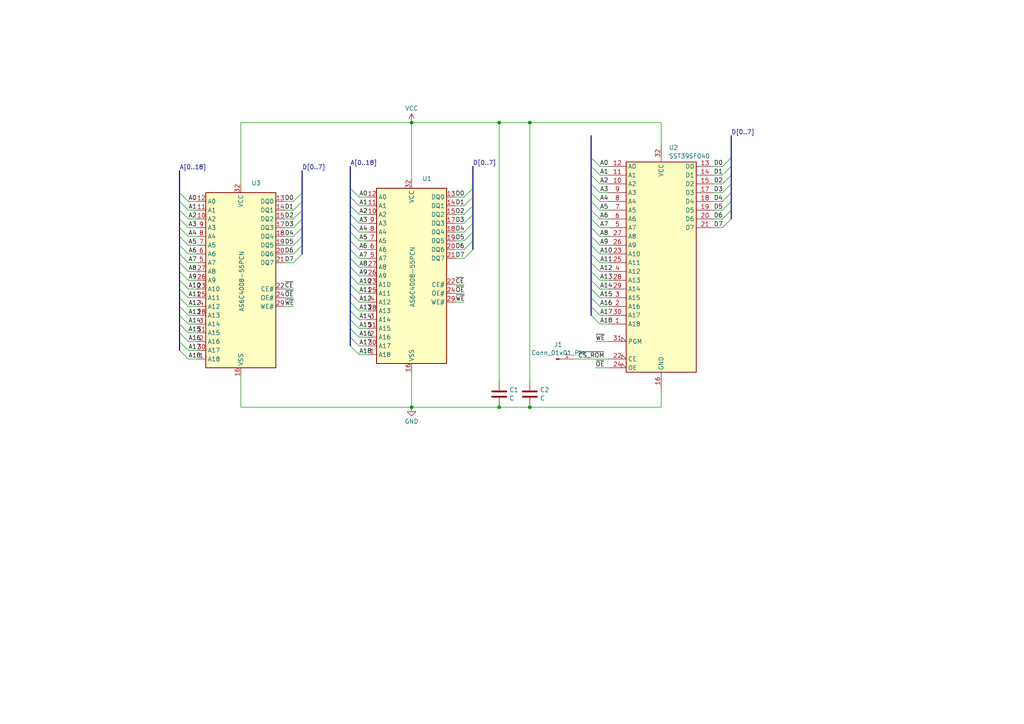
<source format=kicad_sch>
(kicad_sch (version 20231120) (generator "eeschema") (generator_version "8.0")
  (paper "A4")
  (lib_symbols
    (symbol "Connector:Conn_01x01_Pin" (pin_names (offset 1.016) hide)
      (property "Reference" "J" (at 0 2.54 0))
      (property "Value" "Conn_01x01_Pin" (at 0 -2.54 0))
      (symbol "Conn_01x01_Pin_1_1"
        (polyline (pts (xy 1.27 0) (xy 0.8636 0)) (stroke (width 0.1524)))
        (rectangle (start 0.8636 0.127) (end 0 -0.127) (stroke (width 0.1524)) (fill (type outline)))
        (pin passive line (at 5.08 0 180) (length 3.81) (name "Pin_1") (number "1"))
      )
    )
    (symbol "Device:C" (pin_numbers hide) (pin_names (offset 0.254))
      (property "Reference" "C" (at 0.635 2.54 0))
      (property "Value" "C" (at 0.635 -2.54 0))
      (symbol "C_0_1"
        (polyline (pts (xy -2.032 -0.762) (xy 2.032 -0.762)) (stroke (width 0.508)))
        (polyline (pts (xy -2.032 0.762) (xy 2.032 0.762)) (stroke (width 0.508)))
      )
      (symbol "C_1_1"
        (pin passive line (at 0 3.81 270) (length 2.794) (name "~") (number "1"))
        (pin passive line (at 0 -3.81 90) (length 2.794) (name "~") (number "2"))
      )
    )
    (symbol "Memory_Flash:SST39SF040"
      (property "Reference" "U" (at 2.54 33.02 0))
      (property "Value" "SST39SF040" (at 0 -30.48 0))
      (symbol "SST39SF040_0_0"
        (pin power_in line (at 0 -34.29 90) (length 5.08) (name "GND") (number "16"))
        (pin power_in line (at 0 36.83 270) (length 5.08) (name "VCC") (number "32"))
      )
      (symbol "SST39SF040_0_1"
        (rectangle (start -10.16 31.75) (end 10.16 -29.21) (stroke (width 0.254)) (fill (type background)))
      )
      (symbol "SST39SF040_1_1"
        (pin input line (at -15.24 -15.24 0) (length 5.08) (name "A18") (number "1"))
        (pin input line (at -15.24 25.4 0) (length 5.08) (name "A2") (number "10"))
        (pin input line (at -15.24 27.94 0) (length 5.08) (name "A1") (number "11"))
        (pin input line (at -15.24 30.48 0) (length 5.08) (name "A0") (number "12"))
        (pin tri_state line (at 15.24 30.48 180) (length 5.08) (name "D0") (number "13"))
        (pin tri_state line (at 15.24 27.94 180) (length 5.08) (name "D1") (number "14"))
        (pin tri_state line (at 15.24 25.4 180) (length 5.08) (name "D2") (number "15"))
        (pin tri_state line (at 15.24 22.86 180) (length 5.08) (name "D3") (number "17"))
        (pin tri_state line (at 15.24 20.32 180) (length 5.08) (name "D4") (number "18"))
        (pin tri_state line (at 15.24 17.78 180) (length 5.08) (name "D5") (number "19"))
        (pin input line (at -15.24 -10.16 0) (length 5.08) (name "A16") (number "2"))
        (pin tri_state line (at 15.24 15.24 180) (length 5.08) (name "D6") (number "20"))
        (pin tri_state line (at 15.24 12.7 180) (length 5.08) (name "D7") (number "21"))
        (pin input input_low (at -15.24 -25.4 0) (length 5.08) (name "CE") (number "22"))
        (pin input line (at -15.24 5.08 0) (length 5.08) (name "A10") (number "23"))
        (pin input input_low (at -15.24 -27.94 0) (length 5.08) (name "OE") (number "24"))
        (pin input line (at -15.24 2.54 0) (length 5.08) (name "A11") (number "25"))
        (pin input line (at -15.24 7.62 0) (length 5.08) (name "A9") (number "26"))
        (pin input line (at -15.24 10.16 0) (length 5.08) (name "A8") (number "27"))
        (pin input line (at -15.24 -2.54 0) (length 5.08) (name "A13") (number "28"))
        (pin input line (at -15.24 -5.08 0) (length 5.08) (name "A14") (number "29"))
        (pin input line (at -15.24 -7.62 0) (length 5.08) (name "A15") (number "3"))
        (pin input line (at -15.24 -12.7 0) (length 5.08) (name "A17") (number "30"))
        (pin input input_low (at -15.24 -20.32 0) (length 5.08) (name "PGM") (number "31"))
        (pin input line (at -15.24 0 0) (length 5.08) (name "A12") (number "4"))
        (pin input line (at -15.24 12.7 0) (length 5.08) (name "A7") (number "5"))
        (pin input line (at -15.24 15.24 0) (length 5.08) (name "A6") (number "6"))
        (pin input line (at -15.24 17.78 0) (length 5.08) (name "A5") (number "7"))
        (pin input line (at -15.24 20.32 0) (length 5.08) (name "A4") (number "8"))
        (pin input line (at -15.24 22.86 0) (length 5.08) (name "A3") (number "9"))
      )
    )
    (symbol "Memory_RAM:AS6C4008-55PCN"
      (property "Reference" "U" (at -10.16 26.035 0))
      (property "Value" "AS6C4008-55PCN" (at 2.54 26.035 0))
      (symbol "AS6C4008-55PCN_0_0"
        (pin power_in line (at 0 -27.94 90) (length 2.54) (name "VSS") (number "16"))
        (pin power_in line (at 0 27.94 270) (length 2.54) (name "VCC") (number "32"))
      )
      (symbol "AS6C4008-55PCN_0_1"
        (rectangle (start -10.16 25.4) (end 10.16 -25.4) (stroke (width 0.254)) (fill (type background)))
      )
      (symbol "AS6C4008-55PCN_1_1"
        (pin input line (at -12.7 -22.86 0) (length 2.54) (name "A18") (number "1"))
        (pin input line (at -12.7 17.78 0) (length 2.54) (name "A2") (number "10"))
        (pin input line (at -12.7 20.32 0) (length 2.54) (name "A1") (number "11"))
        (pin input line (at -12.7 22.86 0) (length 2.54) (name "A0") (number "12"))
        (pin tri_state line (at 12.7 22.86 180) (length 2.54) (name "DQ0") (number "13"))
        (pin tri_state line (at 12.7 20.32 180) (length 2.54) (name "DQ1") (number "14"))
        (pin tri_state line (at 12.7 17.78 180) (length 2.54) (name "DQ2") (number "15"))
        (pin tri_state line (at 12.7 15.24 180) (length 2.54) (name "DQ3") (number "17"))
        (pin tri_state line (at 12.7 12.7 180) (length 2.54) (name "DQ4") (number "18"))
        (pin tri_state line (at 12.7 10.16 180) (length 2.54) (name "DQ5") (number "19"))
        (pin input line (at -12.7 -17.78 0) (length 2.54) (name "A16") (number "2"))
        (pin tri_state line (at 12.7 7.62 180) (length 2.54) (name "DQ6") (number "20"))
        (pin tri_state line (at 12.7 5.08 180) (length 2.54) (name "DQ7") (number "21"))
        (pin input line (at 12.7 -2.54 180) (length 2.54) (name "CE#") (number "22"))
        (pin input line (at -12.7 -2.54 0) (length 2.54) (name "A10") (number "23"))
        (pin input line (at 12.7 -5.08 180) (length 2.54) (name "OE#") (number "24"))
        (pin input line (at -12.7 -5.08 0) (length 2.54) (name "A11") (number "25"))
        (pin input line (at -12.7 0 0) (length 2.54) (name "A9") (number "26"))
        (pin input line (at -12.7 2.54 0) (length 2.54) (name "A8") (number "27"))
        (pin input line (at -12.7 -10.16 0) (length 2.54) (name "A13") (number "28"))
        (pin input line (at 12.7 -7.62 180) (length 2.54) (name "WE#") (number "29"))
        (pin input line (at -12.7 -12.7 0) (length 2.54) (name "A14") (number "3"))
        (pin input line (at -12.7 -20.32 0) (length 2.54) (name "A17") (number "30"))
        (pin input line (at -12.7 -15.24 0) (length 2.54) (name "A15") (number "31"))
        (pin input line (at -12.7 -7.62 0) (length 2.54) (name "A12") (number "4"))
        (pin input line (at -12.7 5.08 0) (length 2.54) (name "A7") (number "5"))
        (pin input line (at -12.7 7.62 0) (length 2.54) (name "A6") (number "6"))
        (pin input line (at -12.7 10.16 0) (length 2.54) (name "A5") (number "7"))
        (pin input line (at -12.7 12.7 0) (length 2.54) (name "A4") (number "8"))
        (pin input line (at -12.7 15.24 0) (length 2.54) (name "A3") (number "9"))
      )
    )
    (symbol "power:GND" (power) (pin_numbers hide) (pin_names (offset 0) hide)
      (property "Value" "GND" (at 0 -3.81 0))
      (symbol "GND_0_1"
        (polyline (pts (xy 0 0) (xy 0 -1.27) (xy 1.27 -1.27) (xy 0 -2.54) (xy -1.27 -1.27) (xy 0 -1.27)))
      )
      (symbol "GND_1_1"
        (pin power_in line (at 0 0 270) (length 0) (name "~") (number "1"))
      )
    )
    (symbol "power:VCC" (power) (pin_numbers hide) (pin_names (offset 0) hide)
      (property "Value" "VCC" (at 0 3.556 0))
      (symbol "VCC_0_1"
        (polyline (pts (xy -0.762 1.27) (xy 0 2.54)))
        (polyline (pts (xy 0 0) (xy 0 2.54)))
        (polyline (pts (xy 0 2.54) (xy 0.762 1.27)))
      )
      (symbol "VCC_1_1"
        (pin power_in line (at 0 0 90) (length 0) (name "~") (number "1"))
      )
    )
  )
  (junction (at 144.78 35.56))
  (junction (at 153.67 35.56))
  (junction (at 144.78 118.11))
  (junction (at 153.67 118.11))
  (junction (at 119.38 35.56))
  (junction (at 119.38 118.11))
  (bus_entry (at 85.09 66.04) (size 2.54 -2.54))
  (bus_entry (at 85.09 76.2) (size 2.54 -2.54))
  (bus_entry (at 85.09 63.5) (size 2.54 -2.54))
  (bus_entry (at 52.07 68.58) (size 2.54 2.54))
  (bus_entry (at 101.6 64.77) (size 2.54 2.54))
  (bus_entry (at 134.62 72.39) (size 2.54 -2.54))
  (bus_entry (at 134.62 67.31) (size 2.54 -2.54))
  (bus_entry (at 101.6 54.61) (size 2.54 2.54))
  (bus_entry (at 171.45 88.9) (size 2.54 2.54))
  (bus_entry (at 52.07 83.82) (size 2.54 2.54))
  (bus_entry (at 101.6 72.39) (size 2.54 2.54))
  (bus_entry (at 171.45 63.5) (size 2.54 2.54))
  (bus_entry (at 101.6 59.69) (size 2.54 2.54))
  (bus_entry (at 134.62 64.77) (size 2.54 -2.54))
  (bus_entry (at 171.45 45.72) (size 2.54 2.54))
  (bus_entry (at 52.07 81.28) (size 2.54 2.54))
  (bus_entry (at 101.6 92.71) (size 2.54 2.54))
  (bus_entry (at 171.45 78.74) (size 2.54 2.54))
  (bus_entry (at 171.45 73.66) (size 2.54 2.54))
  (bus_entry (at 171.45 81.28) (size 2.54 2.54))
  (bus_entry (at 52.07 58.42) (size 2.54 2.54))
  (bus_entry (at 101.6 90.17) (size 2.54 2.54))
  (bus_entry (at 171.45 50.8) (size 2.54 2.54))
  (bus_entry (at 52.07 86.36) (size 2.54 2.54))
  (bus_entry (at 52.07 91.44) (size 2.54 2.54))
  (bus_entry (at 134.62 74.93) (size 2.54 -2.54))
  (bus_entry (at 171.45 83.82) (size 2.54 2.54))
  (bus_entry (at 52.07 96.52) (size 2.54 2.54))
  (bus_entry (at 101.6 67.31) (size 2.54 2.54))
  (bus_entry (at 52.07 73.66) (size 2.54 2.54))
  (bus_entry (at 209.55 60.96) (size 2.54 -2.54))
  (bus_entry (at 171.45 60.96) (size 2.54 2.54))
  (bus_entry (at 52.07 101.6) (size 2.54 2.54))
  (bus_entry (at 52.07 60.96) (size 2.54 2.54))
  (bus_entry (at 52.07 71.12) (size 2.54 2.54))
  (bus_entry (at 171.45 55.88) (size 2.54 2.54))
  (bus_entry (at 101.6 82.55) (size 2.54 2.54))
  (bus_entry (at 171.45 76.2) (size 2.54 2.54))
  (bus_entry (at 101.6 69.85) (size 2.54 2.54))
  (bus_entry (at 209.55 53.34) (size 2.54 -2.54))
  (bus_entry (at 85.09 60.96) (size 2.54 -2.54))
  (bus_entry (at 171.45 68.58) (size 2.54 2.54))
  (bus_entry (at 101.6 85.09) (size 2.54 2.54))
  (bus_entry (at 85.09 68.58) (size 2.54 -2.54))
  (bus_entry (at 101.6 87.63) (size 2.54 2.54))
  (bus_entry (at 101.6 77.47) (size 2.54 2.54))
  (bus_entry (at 209.55 66.04) (size 2.54 -2.54))
  (bus_entry (at 52.07 88.9) (size 2.54 2.54))
  (bus_entry (at 209.55 50.8) (size 2.54 -2.54))
  (bus_entry (at 101.6 80.01) (size 2.54 2.54))
  (bus_entry (at 134.62 59.69) (size 2.54 -2.54))
  (bus_entry (at 101.6 100.33) (size 2.54 2.54))
  (bus_entry (at 171.45 86.36) (size 2.54 2.54))
  (bus_entry (at 101.6 95.25) (size 2.54 2.54))
  (bus_entry (at 101.6 57.15) (size 2.54 2.54))
  (bus_entry (at 134.62 62.23) (size 2.54 -2.54))
  (bus_entry (at 52.07 66.04) (size 2.54 2.54))
  (bus_entry (at 52.07 93.98) (size 2.54 2.54))
  (bus_entry (at 171.45 71.12) (size 2.54 2.54))
  (bus_entry (at 52.07 55.88) (size 2.54 2.54))
  (bus_entry (at 209.55 58.42) (size 2.54 -2.54))
  (bus_entry (at 171.45 48.26) (size 2.54 2.54))
  (bus_entry (at 171.45 91.44) (size 2.54 2.54))
  (bus_entry (at 209.55 63.5) (size 2.54 -2.54))
  (bus_entry (at 52.07 99.06) (size 2.54 2.54))
  (bus_entry (at 85.09 58.42) (size 2.54 -2.54))
  (bus_entry (at 85.09 73.66) (size 2.54 -2.54))
  (bus_entry (at 101.6 97.79) (size 2.54 2.54))
  (bus_entry (at 134.62 57.15) (size 2.54 -2.54))
  (bus_entry (at 134.62 69.85) (size 2.54 -2.54))
  (bus_entry (at 171.45 53.34) (size 2.54 2.54))
  (bus_entry (at 209.55 48.26) (size 2.54 -2.54))
  (bus_entry (at 209.55 55.88) (size 2.54 -2.54))
  (bus_entry (at 101.6 62.23) (size 2.54 2.54))
  (bus_entry (at 52.07 78.74) (size 2.54 2.54))
  (bus_entry (at 171.45 66.04) (size 2.54 2.54))
  (bus_entry (at 85.09 71.12) (size 2.54 -2.54))
  (bus_entry (at 52.07 63.5) (size 2.54 2.54))
  (bus_entry (at 52.07 76.2) (size 2.54 2.54))
  (bus_entry (at 171.45 58.42) (size 2.54 2.54))
  (bus_entry (at 101.6 74.93) (size 2.54 2.54))
  (bus (pts (xy 171.45 76.2) (xy 171.45 78.74)))
  (wire (pts (xy 173.99 81.28) (xy 176.53 81.28)))
  (wire (pts (xy 104.14 102.87) (xy 106.68 102.87)))
  (wire (pts (xy 104.14 82.55) (xy 106.68 82.55)))
  (wire (pts (xy 173.99 55.88) (xy 176.53 55.88)))
  (bus (pts (xy 87.63 66.04) (xy 87.63 68.58)))
  (wire (pts (xy 104.14 72.39) (xy 106.68 72.39)))
  (bus (pts (xy 212.09 58.42) (xy 212.09 60.96)))
  (wire (pts (xy 132.08 69.85) (xy 134.62 69.85)))
  (wire (pts (xy 173.99 83.82) (xy 176.53 83.82)))
  (bus (pts (xy 87.63 49.53) (xy 87.63 55.88)))
  (wire (pts (xy 54.61 68.58) (xy 57.15 68.58)))
  (wire (pts (xy 173.99 50.8) (xy 176.53 50.8)))
  (bus (pts (xy 101.6 82.55) (xy 101.6 85.09)))
  (bus (pts (xy 101.6 64.77) (xy 101.6 67.31)))
  (bus (pts (xy 137.16 69.85) (xy 137.16 72.39)))
  (bus (pts (xy 137.16 54.61) (xy 137.16 57.15)))
  (bus (pts (xy 87.63 68.58) (xy 87.63 71.12)))
  (wire (pts (xy 54.61 60.96) (xy 57.15 60.96)))
  (wire (pts (xy 144.78 35.56) (xy 144.78 110.49)))
  (wire (pts (xy 153.67 35.56) (xy 191.77 35.56)))
  (wire (pts (xy 54.61 86.36) (xy 57.15 86.36)))
  (bus (pts (xy 52.07 81.28) (xy 52.07 83.82)))
  (wire (pts (xy 82.55 60.96) (xy 85.09 60.96)))
  (bus (pts (xy 171.45 39.37) (xy 171.45 45.72)))
  (wire (pts (xy 104.14 95.25) (xy 106.68 95.25)))
  (wire (pts (xy 191.77 35.56) (xy 191.77 41.91)))
  (wire (pts (xy 173.99 88.9) (xy 176.53 88.9)))
  (bus (pts (xy 87.63 71.12) (xy 87.63 73.66)))
  (bus (pts (xy 171.45 73.66) (xy 171.45 76.2)))
  (wire (pts (xy 172.72 99.06) (xy 176.53 99.06)))
  (wire (pts (xy 54.61 104.14) (xy 57.15 104.14)))
  (wire (pts (xy 132.08 57.15) (xy 134.62 57.15)))
  (bus (pts (xy 212.09 48.26) (xy 212.09 50.8)))
  (bus (pts (xy 52.07 88.9) (xy 52.07 91.44)))
  (wire (pts (xy 104.14 80.01) (xy 106.68 80.01)))
  (bus (pts (xy 101.6 95.25) (xy 101.6 97.79)))
  (bus (pts (xy 52.07 99.06) (xy 52.07 101.6)))
  (bus (pts (xy 171.45 86.36) (xy 171.45 88.9)))
  (wire (pts (xy 104.14 90.17) (xy 106.68 90.17)))
  (wire (pts (xy 104.14 100.33) (xy 106.68 100.33)))
  (wire (pts (xy 54.61 93.98) (xy 57.15 93.98)))
  (bus (pts (xy 171.45 55.88) (xy 171.45 58.42)))
  (wire (pts (xy 54.61 76.2) (xy 57.15 76.2)))
  (bus (pts (xy 137.16 67.31) (xy 137.16 69.85)))
  (wire (pts (xy 144.78 35.56) (xy 153.67 35.56)))
  (wire (pts (xy 82.55 66.04) (xy 85.09 66.04)))
  (wire (pts (xy 173.99 68.58) (xy 176.53 68.58)))
  (bus (pts (xy 171.45 48.26) (xy 171.45 50.8)))
  (bus (pts (xy 171.45 83.82) (xy 171.45 86.36)))
  (bus (pts (xy 52.07 68.58) (xy 52.07 71.12)))
  (bus (pts (xy 52.07 86.36) (xy 52.07 88.9)))
  (bus (pts (xy 52.07 63.5) (xy 52.07 66.04)))
  (bus (pts (xy 101.6 59.69) (xy 101.6 62.23)))
  (bus (pts (xy 52.07 91.44) (xy 52.07 93.98)))
  (bus (pts (xy 212.09 60.96) (xy 212.09 63.5)))
  (wire (pts (xy 132.08 72.39) (xy 134.62 72.39)))
  (wire (pts (xy 82.55 73.66) (xy 85.09 73.66)))
  (bus (pts (xy 212.09 53.34) (xy 212.09 55.88)))
  (wire (pts (xy 207.01 55.88) (xy 209.55 55.88)))
  (wire (pts (xy 82.55 86.36) (xy 85.09 86.36)))
  (bus (pts (xy 101.6 90.17) (xy 101.6 92.71)))
  (wire (pts (xy 54.61 58.42) (xy 57.15 58.42)))
  (wire (pts (xy 173.99 71.12) (xy 176.53 71.12)))
  (wire (pts (xy 132.08 67.31) (xy 134.62 67.31)))
  (wire (pts (xy 173.99 91.44) (xy 176.53 91.44)))
  (bus (pts (xy 87.63 58.42) (xy 87.63 60.96)))
  (bus (pts (xy 101.6 57.15) (xy 101.6 59.69)))
  (wire (pts (xy 82.55 63.5) (xy 85.09 63.5)))
  (bus (pts (xy 171.45 81.28) (xy 171.45 83.82)))
  (bus (pts (xy 137.16 59.69) (xy 137.16 62.23)))
  (bus (pts (xy 171.45 60.96) (xy 171.45 63.5)))
  (wire (pts (xy 69.85 35.56) (xy 119.38 35.56)))
  (bus (pts (xy 171.45 71.12) (xy 171.45 73.66)))
  (wire (pts (xy 119.38 35.56) (xy 144.78 35.56)))
  (wire (pts (xy 104.14 69.85) (xy 106.68 69.85)))
  (bus (pts (xy 101.6 54.61) (xy 101.6 57.15)))
  (wire (pts (xy 104.14 97.79) (xy 106.68 97.79)))
  (wire (pts (xy 104.14 59.69) (xy 106.68 59.69)))
  (bus (pts (xy 212.09 45.72) (xy 212.09 48.26)))
  (bus (pts (xy 171.45 88.9) (xy 171.45 91.44)))
  (wire (pts (xy 54.61 73.66) (xy 57.15 73.66)))
  (bus (pts (xy 101.6 87.63) (xy 101.6 90.17)))
  (wire (pts (xy 82.55 68.58) (xy 85.09 68.58)))
  (bus (pts (xy 101.6 85.09) (xy 101.6 87.63)))
  (bus (pts (xy 212.09 55.88) (xy 212.09 58.42)))
  (wire (pts (xy 69.85 53.34) (xy 69.85 35.56)))
  (wire (pts (xy 54.61 71.12) (xy 57.15 71.12)))
  (bus (pts (xy 171.45 66.04) (xy 171.45 68.58)))
  (bus (pts (xy 101.6 77.47) (xy 101.6 80.01)))
  (wire (pts (xy 132.08 62.23) (xy 134.62 62.23)))
  (bus (pts (xy 101.6 67.31) (xy 101.6 69.85)))
  (wire (pts (xy 54.61 91.44) (xy 57.15 91.44)))
  (wire (pts (xy 104.14 87.63) (xy 106.68 87.63)))
  (wire (pts (xy 82.55 58.42) (xy 85.09 58.42)))
  (wire (pts (xy 54.61 88.9) (xy 57.15 88.9)))
  (bus (pts (xy 52.07 76.2) (xy 52.07 78.74)))
  (wire (pts (xy 173.99 53.34) (xy 176.53 53.34)))
  (bus (pts (xy 101.6 72.39) (xy 101.6 74.93)))
  (bus (pts (xy 87.63 60.96) (xy 87.63 63.5)))
  (bus (pts (xy 101.6 92.71) (xy 101.6 95.25)))
  (wire (pts (xy 82.55 71.12) (xy 85.09 71.12)))
  (bus (pts (xy 52.07 73.66) (xy 52.07 76.2)))
  (bus (pts (xy 137.16 57.15) (xy 137.16 59.69)))
  (wire (pts (xy 119.38 118.11) (xy 144.78 118.11)))
  (bus (pts (xy 171.45 78.74) (xy 171.45 81.28)))
  (bus (pts (xy 52.07 49.53) (xy 52.07 55.88)))
  (bus (pts (xy 171.45 63.5) (xy 171.45 66.04)))
  (wire (pts (xy 132.08 87.63) (xy 134.62 87.63)))
  (wire (pts (xy 173.99 48.26) (xy 176.53 48.26)))
  (wire (pts (xy 207.01 66.04) (xy 209.55 66.04)))
  (wire (pts (xy 144.78 118.11) (xy 153.67 118.11)))
  (bus (pts (xy 52.07 96.52) (xy 52.07 99.06)))
  (bus (pts (xy 137.16 64.77) (xy 137.16 67.31)))
  (wire (pts (xy 54.61 83.82) (xy 57.15 83.82)))
  (wire (pts (xy 104.14 67.31) (xy 106.68 67.31)))
  (wire (pts (xy 207.01 60.96) (xy 209.55 60.96)))
  (wire (pts (xy 207.01 53.34) (xy 209.55 53.34)))
  (bus (pts (xy 171.45 45.72) (xy 171.45 48.26)))
  (wire (pts (xy 104.14 74.93) (xy 106.68 74.93)))
  (bus (pts (xy 52.07 71.12) (xy 52.07 73.66)))
  (wire (pts (xy 207.01 50.8) (xy 209.55 50.8)))
  (wire (pts (xy 207.01 48.26) (xy 209.55 48.26)))
  (wire (pts (xy 132.08 82.55) (xy 134.62 82.55)))
  (wire (pts (xy 104.14 77.47) (xy 106.68 77.47)))
  (bus (pts (xy 52.07 93.98) (xy 52.07 96.52)))
  (wire (pts (xy 54.61 66.04) (xy 57.15 66.04)))
  (wire (pts (xy 132.08 59.69) (xy 134.62 59.69)))
  (wire (pts (xy 54.61 99.06) (xy 57.15 99.06)))
  (wire (pts (xy 82.55 88.9) (xy 85.09 88.9)))
  (wire (pts (xy 173.99 66.04) (xy 176.53 66.04)))
  (bus (pts (xy 87.63 55.88) (xy 87.63 58.42)))
  (bus (pts (xy 52.07 66.04) (xy 52.07 68.58)))
  (wire (pts (xy 173.99 76.2) (xy 176.53 76.2)))
  (wire (pts (xy 132.08 85.09) (xy 134.62 85.09)))
  (wire (pts (xy 104.14 92.71) (xy 106.68 92.71)))
  (bus (pts (xy 52.07 55.88) (xy 52.07 58.42)))
  (wire (pts (xy 173.99 63.5) (xy 176.53 63.5)))
  (wire (pts (xy 119.38 52.07) (xy 119.38 35.56)))
  (bus (pts (xy 137.16 62.23) (xy 137.16 64.77)))
  (wire (pts (xy 69.85 109.22) (xy 69.85 118.11)))
  (wire (pts (xy 132.08 64.77) (xy 134.62 64.77)))
  (bus (pts (xy 52.07 60.96) (xy 52.07 63.5)))
  (bus (pts (xy 87.63 63.5) (xy 87.63 66.04)))
  (bus (pts (xy 101.6 69.85) (xy 101.6 72.39)))
  (wire (pts (xy 173.99 86.36) (xy 176.53 86.36)))
  (wire (pts (xy 173.99 93.98) (xy 176.53 93.98)))
  (wire (pts (xy 54.61 78.74) (xy 57.15 78.74)))
  (wire (pts (xy 82.55 76.2) (xy 85.09 76.2)))
  (bus (pts (xy 171.45 53.34) (xy 171.45 55.88)))
  (wire (pts (xy 54.61 63.5) (xy 57.15 63.5)))
  (wire (pts (xy 153.67 35.56) (xy 153.67 110.49)))
  (wire (pts (xy 54.61 81.28) (xy 57.15 81.28)))
  (bus (pts (xy 52.07 83.82) (xy 52.07 86.36)))
  (wire (pts (xy 173.99 73.66) (xy 176.53 73.66)))
  (bus (pts (xy 52.07 78.74) (xy 52.07 81.28)))
  (wire (pts (xy 173.99 58.42) (xy 176.53 58.42)))
  (wire (pts (xy 207.01 63.5) (xy 209.55 63.5)))
  (bus (pts (xy 137.16 48.26) (xy 137.16 54.61)))
  (wire (pts (xy 104.14 62.23) (xy 106.68 62.23)))
  (bus (pts (xy 101.6 97.79) (xy 101.6 100.33)))
  (wire (pts (xy 104.14 85.09) (xy 106.68 85.09)))
  (wire (pts (xy 69.85 118.11) (xy 119.38 118.11)))
  (wire (pts (xy 82.55 83.82) (xy 85.09 83.82)))
  (bus (pts (xy 101.6 48.26) (xy 101.6 54.61)))
  (wire (pts (xy 172.72 106.68) (xy 176.53 106.68)))
  (wire (pts (xy 153.67 118.11) (xy 191.77 118.11)))
  (bus (pts (xy 171.45 50.8) (xy 171.45 53.34)))
  (wire (pts (xy 54.61 101.6) (xy 57.15 101.6)))
  (wire (pts (xy 173.99 78.74) (xy 176.53 78.74)))
  (bus (pts (xy 101.6 62.23) (xy 101.6 64.77)))
  (bus (pts (xy 171.45 58.42) (xy 171.45 60.96)))
  (wire (pts (xy 54.61 96.52) (xy 57.15 96.52)))
  (wire (pts (xy 132.08 74.93) (xy 134.62 74.93)))
  (wire (pts (xy 104.14 64.77) (xy 106.68 64.77)))
  (bus (pts (xy 101.6 74.93) (xy 101.6 77.47)))
  (wire (pts (xy 191.77 118.11) (xy 191.77 113.03)))
  (wire (pts (xy 173.99 60.96) (xy 176.53 60.96)))
  (bus (pts (xy 171.45 68.58) (xy 171.45 71.12)))
  (wire (pts (xy 207.01 58.42) (xy 209.55 58.42)))
  (bus (pts (xy 212.09 50.8) (xy 212.09 53.34)))
  (bus (pts (xy 212.09 39.37) (xy 212.09 45.72)))
  (wire (pts (xy 104.14 57.15) (xy 106.68 57.15)))
  (wire (pts (xy 119.38 107.95) (xy 119.38 118.11)))
  (bus (pts (xy 52.07 58.42) (xy 52.07 60.96)))
  (bus (pts (xy 101.6 80.01) (xy 101.6 82.55)))
  (wire (pts (xy 166.37 104.14) (xy 176.53 104.14)))
  (label "A18" (at 54.61 104.14 0))
  (label "A17" (at 54.61 101.6 0))
  (label "A8" (at 173.99 68.58 0))
  (label "A4" (at 173.99 58.42 0))
  (label "D6" (at 132.08 72.39 0))
  (label "~{OE}" (at 132.08 85.09 0))
  (label "~{CS_ROM}" (at 167.64 104.14 0))
  (label "~{WE}" (at 82.55 88.9 0))
  (label "A14" (at 104.14 92.71 0))
  (label "D0" (at 207.01 48.26 0))
  (label "A16" (at 173.99 88.9 0))
  (label "A14" (at 173.99 83.82 0))
  (label "A9" (at 173.99 71.12 0))
  (label "D[0..7]" (at 87.63 49.53 0))
  (label "D6" (at 207.01 63.5 0))
  (label "D4" (at 207.01 58.42 0))
  (label "A10" (at 54.61 83.82 0))
  (label "A3" (at 104.14 64.77 0))
  (label "A4" (at 104.14 67.31 0))
  (label "A0" (at 173.99 48.26 0))
  (label "D7" (at 82.55 76.2 0))
  (label "A5" (at 54.61 71.12 0))
  (label "A10" (at 173.99 73.66 0))
  (label "A10" (at 104.14 82.55 0))
  (label "A12" (at 173.99 78.74 0))
  (label "D7" (at 132.08 74.93 0))
  (label "D4" (at 82.55 68.58 0))
  (label "A0" (at 54.61 58.42 0))
  (label "A9" (at 104.14 80.01 0))
  (label "D0" (at 132.08 57.15 0))
  (label "A5" (at 104.14 69.85 0))
  (label "A5" (at 173.99 60.96 0))
  (label "A8" (at 54.61 78.74 0))
  (label "A18" (at 173.99 93.98 0))
  (label "A7" (at 173.99 66.04 0))
  (label "A2" (at 54.61 63.5 0))
  (label "~{OE}" (at 172.72 106.68 0))
  (label "A18" (at 104.14 102.87 0))
  (label "A15" (at 54.61 96.52 0))
  (label "~{WE}" (at 172.72 99.06 0))
  (label "A13" (at 173.99 81.28 0))
  (label "D[0..7]" (at 137.16 48.26 0))
  (label "A6" (at 54.61 73.66 0))
  (label "A3" (at 173.99 55.88 0))
  (label "A15" (at 173.99 86.36 0))
  (label "A13" (at 54.61 91.44 0))
  (label "D0" (at 82.55 58.42 0))
  (label "A11" (at 173.99 76.2 0))
  (label "A14" (at 54.61 93.98 0))
  (label "D6" (at 82.55 73.66 0))
  (label "D2" (at 132.08 62.23 0))
  (label "A17" (at 173.99 91.44 0))
  (label "D3" (at 207.01 55.88 0))
  (label "A12" (at 104.14 87.63 0))
  (label "A[0..18]" (at 101.6 48.26 0))
  (label "A6" (at 104.14 72.39 0))
  (label "A11" (at 104.14 85.09 0))
  (label "A3" (at 54.61 66.04 0))
  (label "A12" (at 54.61 88.9 0))
  (label "A11" (at 54.61 86.36 0))
  (label "D3" (at 132.08 64.77 0))
  (label "A0" (at 104.14 57.15 0))
  (label "D3" (at 82.55 66.04 0))
  (label "D1" (at 207.01 50.8 0))
  (label "A17" (at 104.14 100.33 0))
  (label "A2" (at 104.14 62.23 0))
  (label "A15" (at 104.14 95.25 0))
  (label "~{CE}" (at 132.08 82.55 0))
  (label "D2" (at 207.01 53.34 0))
  (label "A7" (at 54.61 76.2 0))
  (label "D5" (at 132.08 69.85 0))
  (label "A[0..18]" (at 52.07 49.53 0))
  (label "~{OE}" (at 82.55 86.36 0))
  (label "A1" (at 173.99 50.8 0))
  (label "A2" (at 173.99 53.34 0))
  (label "A16" (at 54.61 99.06 0))
  (label "A4" (at 54.61 68.58 0))
  (label "A1" (at 54.61 60.96 0))
  (label "~{WE}" (at 132.08 87.63 0))
  (label "D2" (at 82.55 63.5 0))
  (label "D1" (at 82.55 60.96 0))
  (label "A6" (at 173.99 63.5 0))
  (label "D7" (at 207.01 66.04 0))
  (label "D1" (at 132.08 59.69 0))
  (label "A7" (at 104.14 74.93 0))
  (label "A13" (at 104.14 90.17 0))
  (label "A16" (at 104.14 97.79 0))
  (label "D5" (at 82.55 71.12 0))
  (label "A1" (at 104.14 59.69 0))
  (label "~{CE}" (at 82.55 83.82 0))
  (label "D[0..7]" (at 212.09 39.37 0))
  (label "D4" (at 132.08 67.31 0))
  (label "D5" (at 207.01 60.96 0))
  (label "A9" (at 54.61 81.28 0))
  (label "A8" (at 104.14 77.47 0))
  (symbol (lib_id "Memory_RAM:AS6C4008-55PCN") (at 69.85 81.28 0) (unit 1)
    (property "Reference" "U3" (at 72.898 53.086 0) (effects (justify left)))
    (property "Value" "AS6C4008-55PCN" (at 70.104 90.424 90) (effects (justify left)))
    (property "Footprint" "Package_DIP:DIP-32_W15.24mm_LongPads" (effects (hide yes)))
    (property "Datasheet" "https://www.alliancememory.com/wp-content/uploads/pdf/AS6C4008.pdf" (effects (hide yes)))
    (property "Description" "512K x 8 Low Power CMOS RAM, DIP-32" (effects (hide yes)))
  )
  (symbol (lib_id "Memory_RAM:AS6C4008-55PCN") (at 119.38 80.01 0) (unit 1)
    (property "Reference" "U1" (at 122.428 51.816 0) (effects (justify left)))
    (property "Value" "AS6C4008-55PCN" (at 119.634 89.154 90) (effects (justify left)))
    (property "Footprint" "Package_DIP:DIP-32_W15.24mm_LongPads" (effects (hide yes)))
    (property "Datasheet" "https://www.alliancememory.com/wp-content/uploads/pdf/AS6C4008.pdf" (effects (hide yes)))
    (property "Description" "512K x 8 Low Power CMOS RAM, DIP-32" (effects (hide yes)))
  )
  (symbol (lib_id "Device:C") (at 153.67 114.3 0) (unit 1)
    (property "Reference" "C2" (at 156.591 113.0878 0) (effects (justify left)))
    (property "Value" "C" (at 156.591 115.5121 0) (effects (justify left)))
    (property "Footprint" "Capacitor_SMD:C_1206_3216Metric_Pad1.33x1.80mm_HandSolder" (effects (hide yes)))
    (property "Description" "Unpolarized capacitor" (effects (hide yes)))
  )
  (symbol (lib_id "Memory_Flash:SST39SF040") (at 191.77 78.74 0) (unit 1)
    (property "Reference" "U2" (at 193.9641 42.8455 0) (effects (justify left)))
    (property "Value" "SST39SF040" (at 193.9641 45.2698 0) (effects (justify left)))
    (property "Footprint" "Package_LCC:PLCC-32_THT-Socket" (effects (hide yes)))
    (property "Datasheet" "http://ww1.microchip.com/downloads/en/DeviceDoc/25022B.pdf" (effects (hide yes)))
    (property "Description" "Silicon Storage Technology (SSF) 512k x 8 Flash ROM" (effects (hide yes)))
  )
  (symbol (lib_id "Connector:Conn_01x01_Pin") (at 161.29 104.14 0) (unit 1)
    (property "Reference" "J1" (at 161.925 99.9193 0))
    (property "Value" "Conn_01x01_Pin" (at 161.925 102.3436 0))
    (property "Footprint" "Connector_PinHeader_2.54mm:PinHeader_1x01_P2.54mm_Vertical" (effects (hide yes)))
    (property "Description" "Generic connector, single row, 01x01, script generated" (effects (hide yes)))
  )
  (symbol (lib_id "power:VCC") (at 119.38 35.56 0) (unit 1)
    (property "Reference" "#PWR02" (effects (hide yes)))
    (property "Value" "VCC" (at 119.38 31.4269 0))
    (property "Description" "Power symbol creates a global label with name \"VCC\"" (effects (hide yes)))
  )
  (symbol (lib_id "power:GND") (at 119.38 118.11 0) (unit 1)
    (property "Reference" "#PWR01" (effects (hide yes)))
    (property "Value" "GND" (at 119.38 122.2431 0))
    (property "Description" "Power symbol creates a global label with name \"GND\" , ground" (effects (hide yes)))
  )
  (symbol (lib_id "Device:C") (at 144.78 114.3 0) (unit 1)
    (property "Reference" "C1" (at 147.701 113.0878 0) (effects (justify left)))
    (property "Value" "C" (at 147.701 115.5121 0) (effects (justify left)))
    (property "Footprint" "Capacitor_SMD:C_1206_3216Metric_Pad1.33x1.80mm_HandSolder" (effects (hide yes)))
    (property "Description" "Unpolarized capacitor" (effects (hide yes)))
  )
)
</source>
